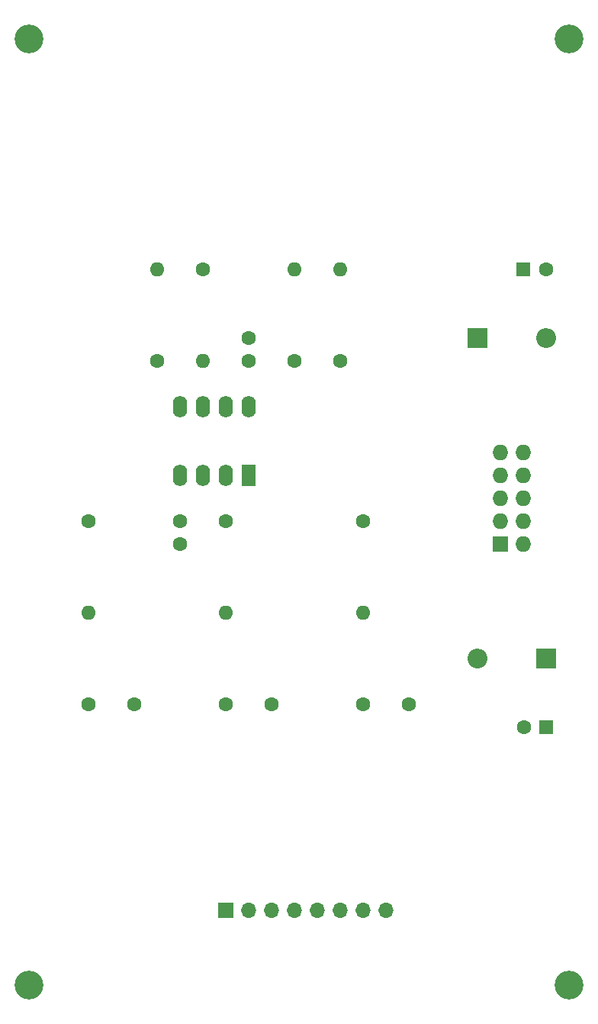
<source format=gbr>
%TF.GenerationSoftware,KiCad,Pcbnew,5.1.10-88a1d61d58~90~ubuntu20.04.1*%
%TF.CreationDate,2021-08-12T14:57:33-04:00*%
%TF.ProjectId,ao_audio_mixer,616f5f61-7564-4696-9f5f-6d697865722e,rev?*%
%TF.SameCoordinates,Original*%
%TF.FileFunction,Soldermask,Bot*%
%TF.FilePolarity,Negative*%
%FSLAX46Y46*%
G04 Gerber Fmt 4.6, Leading zero omitted, Abs format (unit mm)*
G04 Created by KiCad (PCBNEW 5.1.10-88a1d61d58~90~ubuntu20.04.1) date 2021-08-12 14:57:33*
%MOMM*%
%LPD*%
G01*
G04 APERTURE LIST*
%ADD10O,1.700000X1.700000*%
%ADD11R,1.700000X1.700000*%
%ADD12C,1.600000*%
%ADD13O,1.600000X1.600000*%
%ADD14C,3.200000*%
%ADD15O,1.600000X2.400000*%
%ADD16R,1.600000X2.400000*%
%ADD17O,2.200000X2.200000*%
%ADD18R,2.200000X2.200000*%
%ADD19O,1.727200X1.727200*%
%ADD20R,1.727200X1.727200*%
%ADD21R,1.600000X1.600000*%
G04 APERTURE END LIST*
D10*
%TO.C,J7*%
X99700000Y-135680000D03*
X97160000Y-135680000D03*
X94620000Y-135680000D03*
X92080000Y-135680000D03*
X89540000Y-135680000D03*
X87000000Y-135680000D03*
X84460000Y-135680000D03*
D11*
X81920000Y-135680000D03*
%TD*%
D12*
%TO.C,R5*%
X79380000Y-64560000D03*
D13*
X79380000Y-74720000D03*
%TD*%
D12*
%TO.C,R4*%
X74300000Y-74720000D03*
D13*
X74300000Y-64560000D03*
%TD*%
D12*
%TO.C,R3*%
X97160000Y-92500000D03*
D13*
X97160000Y-102660000D03*
%TD*%
D12*
%TO.C,R1*%
X66680000Y-92500000D03*
D13*
X66680000Y-102660000D03*
%TD*%
D14*
%TO.C,H3*%
X60000000Y-144000000D03*
%TD*%
%TO.C,H4*%
X120000000Y-144000000D03*
%TD*%
D15*
%TO.C,U1*%
X84460000Y-79800000D03*
X76840000Y-87420000D03*
X81920000Y-79800000D03*
X79380000Y-87420000D03*
X79380000Y-79800000D03*
X81920000Y-87420000D03*
X76840000Y-79800000D03*
D16*
X84460000Y-87420000D03*
%TD*%
D12*
%TO.C,R7*%
X89540000Y-74720000D03*
D13*
X89540000Y-64560000D03*
%TD*%
D17*
%TO.C,D2*%
X109860000Y-107740000D03*
D18*
X117480000Y-107740000D03*
%TD*%
D12*
%TO.C,C3*%
X102160000Y-112820000D03*
X97160000Y-112820000D03*
%TD*%
%TO.C,C7*%
X76840000Y-92540000D03*
X76840000Y-95040000D03*
%TD*%
D19*
%TO.C,J8*%
X114940000Y-84880000D03*
X112400000Y-84880000D03*
X114940000Y-87420000D03*
X112400000Y-87420000D03*
X114940000Y-89960000D03*
X112400000Y-89960000D03*
X114940000Y-92500000D03*
X112400000Y-92500000D03*
X114940000Y-95040000D03*
D20*
X112400000Y-95040000D03*
%TD*%
D12*
%TO.C,C1*%
X71680000Y-112820000D03*
X66680000Y-112820000D03*
%TD*%
%TO.C,C2*%
X86920000Y-112820000D03*
X81920000Y-112820000D03*
%TD*%
D14*
%TO.C,H1*%
X60000000Y-39000000D03*
%TD*%
%TO.C,H2*%
X120000000Y-39000000D03*
%TD*%
D12*
%TO.C,C5*%
X114980000Y-115360000D03*
D21*
X117480000Y-115360000D03*
%TD*%
D17*
%TO.C,D1*%
X117480000Y-72180000D03*
D18*
X109860000Y-72180000D03*
%TD*%
D12*
%TO.C,C4*%
X117440000Y-64560000D03*
D21*
X114940000Y-64560000D03*
%TD*%
D12*
%TO.C,R6*%
X94620000Y-74720000D03*
D13*
X94620000Y-64560000D03*
%TD*%
D12*
%TO.C,C6*%
X84460000Y-72220000D03*
X84460000Y-74720000D03*
%TD*%
%TO.C,R2*%
X81920000Y-92500000D03*
D13*
X81920000Y-102660000D03*
%TD*%
M02*

</source>
